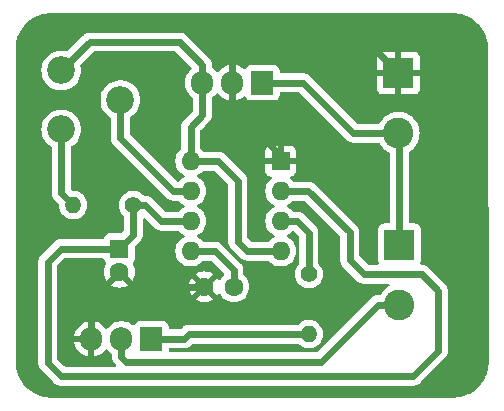
<source format=gbr>
%TF.GenerationSoftware,KiCad,Pcbnew,7.0.2*%
%TF.CreationDate,2023-05-06T18:38:29+05:30*%
%TF.ProjectId,Mod-Ckt-Pulser,4d6f642d-436b-4742-9d50-756c7365722e,rev?*%
%TF.SameCoordinates,Original*%
%TF.FileFunction,Copper,L2,Bot*%
%TF.FilePolarity,Positive*%
%FSLAX46Y46*%
G04 Gerber Fmt 4.6, Leading zero omitted, Abs format (unit mm)*
G04 Created by KiCad (PCBNEW 7.0.2) date 2023-05-06 18:38:29*
%MOMM*%
%LPD*%
G01*
G04 APERTURE LIST*
%TA.AperFunction,ComponentPad*%
%ADD10C,1.400000*%
%TD*%
%TA.AperFunction,ComponentPad*%
%ADD11O,1.400000X1.400000*%
%TD*%
%TA.AperFunction,ComponentPad*%
%ADD12C,2.340000*%
%TD*%
%TA.AperFunction,ComponentPad*%
%ADD13R,1.905000X2.000000*%
%TD*%
%TA.AperFunction,ComponentPad*%
%ADD14O,1.905000X2.000000*%
%TD*%
%TA.AperFunction,ComponentPad*%
%ADD15C,1.600000*%
%TD*%
%TA.AperFunction,ComponentPad*%
%ADD16R,1.600000X1.600000*%
%TD*%
%TA.AperFunction,ComponentPad*%
%ADD17O,1.600000X1.600000*%
%TD*%
%TA.AperFunction,ComponentPad*%
%ADD18R,2.600000X2.600000*%
%TD*%
%TA.AperFunction,ComponentPad*%
%ADD19C,2.600000*%
%TD*%
%TA.AperFunction,Conductor*%
%ADD20C,0.600000*%
%TD*%
G04 APERTURE END LIST*
D10*
%TO.P,R2,1*%
%TO.N,Net-(U1-Q)*%
X87940000Y-75560000D03*
D11*
%TO.P,R2,2*%
%TO.N,Net-(Q1-G)*%
X87940000Y-80640000D03*
%TD*%
D12*
%TO.P,RV1,1,1*%
%TO.N,Net-(R1-Pad2)*%
X66970000Y-63315000D03*
%TO.P,RV1,2,2*%
%TO.N,Net-(U1-DIS)*%
X71970000Y-60815000D03*
%TO.P,RV1,3,3*%
%TO.N,Net-(U1-R)*%
X66970000Y-58315000D03*
%TD*%
D13*
%TO.P,Q1,1,G*%
%TO.N,Net-(Q1-G)*%
X74600000Y-81035000D03*
D14*
%TO.P,Q1,2,D*%
%TO.N,Net-(J2-Pin_2)*%
X72060000Y-81035000D03*
%TO.P,Q1,3,S*%
%TO.N,GND*%
X69520000Y-81035000D03*
%TD*%
D15*
%TO.P,C2,2*%
%TO.N,GND*%
X79090000Y-76630000D03*
%TO.P,C2,1*%
%TO.N,Net-(U1-CV)*%
X81590000Y-76630000D03*
%TD*%
D16*
%TO.P,U1,1,GND*%
%TO.N,GND*%
X85550000Y-65990000D03*
D17*
%TO.P,U1,2,TR*%
%TO.N,Net-(U1-THR)*%
X85550000Y-68530000D03*
%TO.P,U1,3,Q*%
%TO.N,Net-(U1-Q)*%
X85550000Y-71070000D03*
%TO.P,U1,4,R*%
%TO.N,Net-(U1-R)*%
X85550000Y-73610000D03*
%TO.P,U1,5,CV*%
%TO.N,Net-(U1-CV)*%
X77930000Y-73610000D03*
%TO.P,U1,6,THR*%
%TO.N,Net-(U1-THR)*%
X77930000Y-71070000D03*
%TO.P,U1,7,DIS*%
%TO.N,Net-(U1-DIS)*%
X77930000Y-68530000D03*
%TO.P,U1,8,VCC*%
%TO.N,Net-(U1-R)*%
X77930000Y-65990000D03*
%TD*%
D16*
%TO.P,C1,1*%
%TO.N,Net-(U1-THR)*%
X71890000Y-73394888D03*
D15*
%TO.P,C1,2*%
%TO.N,GND*%
X71890000Y-75394888D03*
%TD*%
D10*
%TO.P,R1,1*%
%TO.N,Net-(U1-THR)*%
X73060000Y-69710001D03*
D11*
%TO.P,R1,2*%
%TO.N,Net-(R1-Pad2)*%
X67980000Y-69710001D03*
%TD*%
D14*
%TO.P,U2,3,VO*%
%TO.N,Net-(U1-R)*%
X78920000Y-59350000D03*
%TO.P,U2,2,GND*%
%TO.N,GND*%
X81460000Y-59350000D03*
D13*
%TO.P,U2,1,VI*%
%TO.N,Net-(J1-Pin_2)*%
X84000000Y-59350000D03*
%TD*%
D18*
%TO.P,J1,1,Pin_1*%
%TO.N,GND*%
X95510000Y-58540000D03*
D19*
%TO.P,J1,2,Pin_2*%
%TO.N,Net-(J1-Pin_2)*%
X95510000Y-63620000D03*
%TD*%
D18*
%TO.P,J2,1,Pin_1*%
%TO.N,Net-(J1-Pin_2)*%
X95605000Y-73075000D03*
D19*
%TO.P,J2,2,Pin_2*%
%TO.N,Net-(J2-Pin_2)*%
X95605000Y-78155000D03*
%TD*%
D20*
%TO.N,GND*%
X69520000Y-81035000D02*
X69520000Y-77764888D01*
X69520000Y-77764888D02*
X71890000Y-75394888D01*
X79090000Y-76630000D02*
X73125112Y-76630000D01*
X73125112Y-76630000D02*
X71890000Y-75394888D01*
X81460000Y-59350000D02*
X81460000Y-57300000D01*
X82050000Y-56710000D02*
X93680000Y-56710000D01*
X81460000Y-57300000D02*
X82050000Y-56710000D01*
X93680000Y-56710000D02*
X95510000Y-58540000D01*
X81460000Y-59350000D02*
X81460000Y-61440000D01*
X81460000Y-61440000D02*
X85550000Y-65530000D01*
X85550000Y-65530000D02*
X85550000Y-65990000D01*
%TO.N,Net-(U1-THR)*%
X73060000Y-69710001D02*
X74080001Y-69710001D01*
X74080001Y-69710001D02*
X75440000Y-71070000D01*
X75440000Y-71070000D02*
X77930000Y-71070000D01*
%TO.N,Net-(Q1-G)*%
X77375000Y-81035000D02*
X77705000Y-80705000D01*
X87940000Y-80640000D02*
X77770000Y-80640000D01*
X77770000Y-80640000D02*
X77705000Y-80705000D01*
X74600000Y-81035000D02*
X77375000Y-81035000D01*
%TO.N,Net-(U1-THR)*%
X85550000Y-68530000D02*
X87900000Y-68530000D01*
X98890000Y-82080000D02*
X96770000Y-84200000D01*
X87900000Y-68530000D02*
X91390000Y-72020000D01*
X91390000Y-72020000D02*
X91390000Y-74360000D01*
X66945112Y-73394888D02*
X71890000Y-73394888D01*
X91390000Y-74360000D02*
X92590000Y-75560000D01*
X92590000Y-75560000D02*
X97480000Y-75560000D01*
X97480000Y-75560000D02*
X98890000Y-76970000D01*
X98890000Y-76970000D02*
X98890000Y-82080000D01*
X96770000Y-84200000D02*
X66930000Y-84200000D01*
X66930000Y-84200000D02*
X65830000Y-83100000D01*
X65830000Y-83100000D02*
X65830000Y-74510000D01*
X65830000Y-74510000D02*
X66945112Y-73394888D01*
%TO.N,Net-(J2-Pin_2)*%
X72060000Y-81035000D02*
X72060000Y-82540000D01*
X72060000Y-82540000D02*
X72480000Y-82960000D01*
X72480000Y-82960000D02*
X88940000Y-82960000D01*
X88940000Y-82960000D02*
X93745000Y-78155000D01*
X93745000Y-78155000D02*
X95605000Y-78155000D01*
%TO.N,Net-(U1-CV)*%
X77930000Y-73610000D02*
X79980000Y-73610000D01*
X79980000Y-73610000D02*
X81590000Y-75220000D01*
X81590000Y-75220000D02*
X81590000Y-76630000D01*
%TO.N,Net-(U1-Q)*%
X87940000Y-75560000D02*
X87940000Y-72070000D01*
X87940000Y-72070000D02*
X86940000Y-71070000D01*
X85550000Y-71070000D02*
X86940000Y-71070000D01*
%TO.N,Net-(U1-R)*%
X77930000Y-65990000D02*
X80270000Y-65990000D01*
X80270000Y-65990000D02*
X81920000Y-67640000D01*
X81920000Y-67640000D02*
X81920000Y-72830000D01*
X81920000Y-72830000D02*
X82700000Y-73610000D01*
X82700000Y-73610000D02*
X85550000Y-73610000D01*
%TO.N,Net-(J1-Pin_2)*%
X95605000Y-73075000D02*
X95605000Y-63715000D01*
X95605000Y-63715000D02*
X95510000Y-63620000D01*
X84000000Y-59350000D02*
X87440000Y-59350000D01*
X87440000Y-59350000D02*
X91710000Y-63620000D01*
X91710000Y-63620000D02*
X95510000Y-63620000D01*
%TO.N,Net-(U1-R)*%
X78920000Y-59350000D02*
X78920000Y-62080000D01*
X78920000Y-62080000D02*
X77930000Y-63070000D01*
X77930000Y-63070000D02*
X77930000Y-65990000D01*
%TO.N,Net-(U1-DIS)*%
X71970000Y-60815000D02*
X71970000Y-64060000D01*
X71970000Y-64060000D02*
X76440000Y-68530000D01*
X76440000Y-68530000D02*
X77930000Y-68530000D01*
%TO.N,Net-(U1-THR)*%
X73060000Y-69710001D02*
X73060000Y-72224888D01*
X73060000Y-72224888D02*
X71890000Y-73394888D01*
%TO.N,Net-(R1-Pad2)*%
X66970000Y-63315000D02*
X66970000Y-68700001D01*
X66970000Y-68700001D02*
X67980000Y-69710001D01*
%TO.N,Net-(U1-R)*%
X66970000Y-58315000D02*
X69375000Y-55910000D01*
X69375000Y-55910000D02*
X77010000Y-55910000D01*
X77010000Y-55910000D02*
X78920000Y-57820000D01*
X78920000Y-57820000D02*
X78920000Y-59350000D01*
%TD*%
%TA.AperFunction,Conductor*%
%TO.N,GND*%
G36*
X79954099Y-66810185D02*
G01*
X79974741Y-66826819D01*
X81083181Y-67935259D01*
X81116666Y-67996582D01*
X81119500Y-68022940D01*
X81119500Y-72920195D01*
X81128017Y-72957518D01*
X81130345Y-72971219D01*
X81134631Y-73009252D01*
X81147272Y-73045380D01*
X81151119Y-73058736D01*
X81159638Y-73096058D01*
X81176250Y-73130553D01*
X81181570Y-73143398D01*
X81194209Y-73179520D01*
X81200887Y-73190147D01*
X81214576Y-73211933D01*
X81221298Y-73224095D01*
X81237908Y-73258586D01*
X81261772Y-73288510D01*
X81269818Y-73299850D01*
X81290184Y-73332262D01*
X81322174Y-73364252D01*
X82070184Y-74112262D01*
X82197738Y-74239816D01*
X82204300Y-74243939D01*
X82230149Y-74260181D01*
X82241491Y-74268229D01*
X82271414Y-74292092D01*
X82305898Y-74308699D01*
X82318068Y-74315424D01*
X82342447Y-74330743D01*
X82350480Y-74335790D01*
X82386597Y-74348428D01*
X82399441Y-74353748D01*
X82430499Y-74368703D01*
X82433939Y-74370360D01*
X82471276Y-74378881D01*
X82484613Y-74382725D01*
X82520745Y-74395368D01*
X82558776Y-74399653D01*
X82572481Y-74401981D01*
X82609806Y-74410500D01*
X82655046Y-74410500D01*
X84459951Y-74410500D01*
X84526990Y-74430185D01*
X84547632Y-74446819D01*
X84710859Y-74610046D01*
X84897264Y-74740567D01*
X84897265Y-74740567D01*
X84897266Y-74740568D01*
X85103504Y-74836739D01*
X85323308Y-74895635D01*
X85550000Y-74915468D01*
X85776692Y-74895635D01*
X85996496Y-74836739D01*
X86202734Y-74740568D01*
X86389139Y-74610047D01*
X86550047Y-74449139D01*
X86680568Y-74262734D01*
X86776739Y-74056496D01*
X86835635Y-73836692D01*
X86855468Y-73610000D01*
X86835635Y-73383308D01*
X86776739Y-73163504D01*
X86680568Y-72957266D01*
X86679762Y-72956114D01*
X86550046Y-72770859D01*
X86389140Y-72609953D01*
X86202733Y-72479431D01*
X86144725Y-72452382D01*
X86092285Y-72406210D01*
X86073133Y-72339017D01*
X86093348Y-72272135D01*
X86144725Y-72227618D01*
X86202734Y-72200568D01*
X86389139Y-72070047D01*
X86510874Y-71948311D01*
X86572195Y-71914828D01*
X86641887Y-71919812D01*
X86686235Y-71948313D01*
X87103181Y-72365259D01*
X87136666Y-72426582D01*
X87139500Y-72452940D01*
X87139500Y-74610527D01*
X87119815Y-74677566D01*
X87099039Y-74702163D01*
X87049020Y-74747761D01*
X86914941Y-74925311D01*
X86815769Y-75124473D01*
X86754885Y-75338462D01*
X86734357Y-75560000D01*
X86754885Y-75781537D01*
X86815769Y-75995526D01*
X86914941Y-76194688D01*
X87049019Y-76372237D01*
X87213437Y-76522124D01*
X87402595Y-76639245D01*
X87402597Y-76639245D01*
X87402599Y-76639247D01*
X87610060Y-76719618D01*
X87828757Y-76760500D01*
X87828759Y-76760500D01*
X88051241Y-76760500D01*
X88051243Y-76760500D01*
X88269940Y-76719618D01*
X88477401Y-76639247D01*
X88666562Y-76522124D01*
X88719447Y-76473913D01*
X88830980Y-76372237D01*
X88830981Y-76372236D01*
X88965058Y-76194689D01*
X89064229Y-75995528D01*
X89064956Y-75992975D01*
X89108135Y-75841214D01*
X89125115Y-75781536D01*
X89145643Y-75560000D01*
X89125115Y-75338464D01*
X89076695Y-75168285D01*
X89064230Y-75124473D01*
X88965058Y-74925311D01*
X88830979Y-74747761D01*
X88780961Y-74702163D01*
X88744680Y-74642452D01*
X88740500Y-74610527D01*
X88740500Y-71979806D01*
X88731982Y-71942487D01*
X88729653Y-71928776D01*
X88725368Y-71890745D01*
X88712725Y-71854613D01*
X88708881Y-71841276D01*
X88700360Y-71803939D01*
X88694249Y-71791249D01*
X88683748Y-71769441D01*
X88678428Y-71756597D01*
X88665790Y-71720480D01*
X88657077Y-71706614D01*
X88645424Y-71688068D01*
X88638699Y-71675898D01*
X88622092Y-71641414D01*
X88598229Y-71611491D01*
X88590181Y-71600149D01*
X88580315Y-71584447D01*
X88569816Y-71567738D01*
X88442262Y-71440184D01*
X87474252Y-70472174D01*
X87442262Y-70440184D01*
X87409851Y-70419818D01*
X87398510Y-70411772D01*
X87368586Y-70387908D01*
X87334095Y-70371298D01*
X87321933Y-70364576D01*
X87306327Y-70354770D01*
X87289520Y-70344209D01*
X87253398Y-70331570D01*
X87240553Y-70326250D01*
X87206058Y-70309638D01*
X87168736Y-70301119D01*
X87155380Y-70297272D01*
X87119252Y-70284631D01*
X87081219Y-70280345D01*
X87067518Y-70278017D01*
X87030196Y-70269500D01*
X87030194Y-70269500D01*
X86984954Y-70269500D01*
X86640049Y-70269500D01*
X86573010Y-70249815D01*
X86552368Y-70233181D01*
X86389140Y-70069953D01*
X86202733Y-69939431D01*
X86144725Y-69912382D01*
X86092285Y-69866210D01*
X86073133Y-69799017D01*
X86093348Y-69732135D01*
X86144725Y-69687618D01*
X86202734Y-69660568D01*
X86389139Y-69530047D01*
X86430723Y-69488463D01*
X86552368Y-69366819D01*
X86613691Y-69333334D01*
X86640049Y-69330500D01*
X87517060Y-69330500D01*
X87584099Y-69350185D01*
X87604741Y-69366819D01*
X90553181Y-72315259D01*
X90586666Y-72376582D01*
X90589500Y-72402940D01*
X90589500Y-74450195D01*
X90598017Y-74487518D01*
X90600345Y-74501219D01*
X90604631Y-74539252D01*
X90617272Y-74575380D01*
X90621119Y-74588736D01*
X90629638Y-74626058D01*
X90646250Y-74660553D01*
X90651570Y-74673398D01*
X90664209Y-74709520D01*
X90669373Y-74717738D01*
X90684576Y-74741933D01*
X90691298Y-74754095D01*
X90707908Y-74788586D01*
X90709928Y-74791119D01*
X90729969Y-74816250D01*
X90731772Y-74818510D01*
X90739818Y-74829850D01*
X90760184Y-74862262D01*
X92087738Y-76189816D01*
X92120143Y-76210177D01*
X92131486Y-76218225D01*
X92161414Y-76242092D01*
X92195895Y-76258697D01*
X92208066Y-76265423D01*
X92240480Y-76285790D01*
X92276608Y-76298432D01*
X92289450Y-76303750D01*
X92323938Y-76320360D01*
X92323939Y-76320360D01*
X92361250Y-76328876D01*
X92374611Y-76332725D01*
X92410745Y-76345368D01*
X92448776Y-76349653D01*
X92462481Y-76351981D01*
X92499806Y-76360500D01*
X92545046Y-76360500D01*
X94638821Y-76360500D01*
X94705860Y-76380185D01*
X94751615Y-76432989D01*
X94761559Y-76502147D01*
X94732534Y-76565703D01*
X94708673Y-76586954D01*
X94702228Y-76591347D01*
X94702226Y-76591349D01*
X94587665Y-76669455D01*
X94479257Y-76743366D01*
X94281439Y-76926915D01*
X94113184Y-77137899D01*
X94023926Y-77292500D01*
X93973359Y-77340715D01*
X93916539Y-77354500D01*
X93654803Y-77354500D01*
X93617480Y-77363017D01*
X93603780Y-77365345D01*
X93565743Y-77369631D01*
X93529623Y-77382270D01*
X93516268Y-77386118D01*
X93478938Y-77394639D01*
X93444453Y-77411246D01*
X93431613Y-77416565D01*
X93395475Y-77429211D01*
X93363064Y-77449576D01*
X93350899Y-77456300D01*
X93316413Y-77472908D01*
X93286489Y-77496772D01*
X93275151Y-77504817D01*
X93242735Y-77525185D01*
X93174670Y-77593246D01*
X93174428Y-77593493D01*
X88644741Y-82123181D01*
X88583418Y-82156666D01*
X88557060Y-82159500D01*
X76177000Y-82159500D01*
X76109961Y-82139815D01*
X76064206Y-82087011D01*
X76053000Y-82035500D01*
X76053000Y-81959500D01*
X76072685Y-81892461D01*
X76125489Y-81846706D01*
X76177000Y-81835500D01*
X77465195Y-81835500D01*
X77476009Y-81833031D01*
X77502520Y-81826980D01*
X77516197Y-81824655D01*
X77554255Y-81820368D01*
X77590399Y-81807720D01*
X77603721Y-81803882D01*
X77641061Y-81795360D01*
X77675549Y-81778750D01*
X77688391Y-81773431D01*
X77724522Y-81760789D01*
X77756932Y-81740423D01*
X77769103Y-81733697D01*
X77803587Y-81717091D01*
X77833515Y-81693222D01*
X77844834Y-81685190D01*
X77877262Y-81664816D01*
X78004816Y-81537262D01*
X78065260Y-81476818D01*
X78126584Y-81443334D01*
X78152941Y-81440500D01*
X86988107Y-81440500D01*
X87055146Y-81460185D01*
X87071645Y-81472863D01*
X87213437Y-81602124D01*
X87402595Y-81719245D01*
X87402597Y-81719245D01*
X87402599Y-81719247D01*
X87610060Y-81799618D01*
X87828757Y-81840500D01*
X87828759Y-81840500D01*
X88051241Y-81840500D01*
X88051243Y-81840500D01*
X88269940Y-81799618D01*
X88477401Y-81719247D01*
X88666562Y-81602124D01*
X88830981Y-81452236D01*
X88965058Y-81274689D01*
X89064229Y-81075528D01*
X89125115Y-80861536D01*
X89145643Y-80640000D01*
X89125115Y-80418464D01*
X89102227Y-80338021D01*
X89064230Y-80204473D01*
X88965058Y-80005311D01*
X88830980Y-79827762D01*
X88666562Y-79677875D01*
X88477404Y-79560754D01*
X88409634Y-79534500D01*
X88269940Y-79480382D01*
X88051243Y-79439500D01*
X87828757Y-79439500D01*
X87610060Y-79480382D01*
X87402595Y-79560754D01*
X87213437Y-79677875D01*
X87071645Y-79807137D01*
X87008841Y-79837754D01*
X86988107Y-79839500D01*
X77679803Y-79839500D01*
X77642480Y-79848017D01*
X77628780Y-79850345D01*
X77590743Y-79854631D01*
X77554623Y-79867270D01*
X77541268Y-79871118D01*
X77503937Y-79879639D01*
X77469440Y-79896252D01*
X77456597Y-79901572D01*
X77420477Y-79914210D01*
X77388068Y-79934574D01*
X77375904Y-79941296D01*
X77341414Y-79957906D01*
X77311482Y-79981776D01*
X77300145Y-79989820D01*
X77267740Y-80010181D01*
X77177171Y-80100748D01*
X77177167Y-80100754D01*
X77170755Y-80107167D01*
X77079741Y-80198181D01*
X77018418Y-80231666D01*
X76992060Y-80234500D01*
X76176999Y-80234500D01*
X76109960Y-80214815D01*
X76064205Y-80162011D01*
X76052999Y-80110500D01*
X76052999Y-79990439D01*
X76052999Y-79987128D01*
X76046591Y-79927517D01*
X75996296Y-79792669D01*
X75910046Y-79677454D01*
X75794831Y-79591204D01*
X75659983Y-79540909D01*
X75600373Y-79534500D01*
X75597050Y-79534500D01*
X73602939Y-79534500D01*
X73602920Y-79534500D01*
X73599628Y-79534501D01*
X73596348Y-79534853D01*
X73596340Y-79534854D01*
X73540015Y-79540909D01*
X73405169Y-79591204D01*
X73289954Y-79677454D01*
X73203703Y-79792670D01*
X73192273Y-79823315D01*
X73150400Y-79879248D01*
X73084936Y-79903663D01*
X73016663Y-79888810D01*
X72999930Y-79877833D01*
X72989316Y-79869572D01*
X72857439Y-79766928D01*
X72645664Y-79652321D01*
X72645660Y-79652319D01*
X72645659Y-79652319D01*
X72417915Y-79574134D01*
X72180399Y-79534500D01*
X71939601Y-79534500D01*
X71702084Y-79574134D01*
X71474340Y-79652319D01*
X71474336Y-79652320D01*
X71474336Y-79652321D01*
X71427115Y-79677876D01*
X71262559Y-79766929D01*
X71072536Y-79914829D01*
X70909446Y-80091992D01*
X70893508Y-80116388D01*
X70840361Y-80161743D01*
X70771129Y-80171165D01*
X70707794Y-80141662D01*
X70685892Y-80116385D01*
X70670153Y-80092294D01*
X70507126Y-79915201D01*
X70317164Y-79767348D01*
X70105460Y-79652780D01*
X69877792Y-79574619D01*
X69770000Y-79556633D01*
X69770000Y-80543316D01*
X69741181Y-80525791D01*
X69595596Y-80485000D01*
X69482378Y-80485000D01*
X69370217Y-80500416D01*
X69270000Y-80543946D01*
X69270000Y-79556633D01*
X69269999Y-79556633D01*
X69162207Y-79574619D01*
X68934539Y-79652780D01*
X68722835Y-79767348D01*
X68532873Y-79915201D01*
X68369848Y-80092292D01*
X68238184Y-80293819D01*
X68141493Y-80514255D01*
X68082400Y-80747606D01*
X68079302Y-80785000D01*
X69025148Y-80785000D01*
X68976441Y-80922047D01*
X68966123Y-81072886D01*
X68996884Y-81220915D01*
X69030090Y-81285000D01*
X68079303Y-81285000D01*
X68082400Y-81322393D01*
X68141493Y-81555744D01*
X68238184Y-81776180D01*
X68369848Y-81977707D01*
X68532873Y-82154798D01*
X68722835Y-82302651D01*
X68934539Y-82417219D01*
X69162208Y-82495379D01*
X69270000Y-82513366D01*
X69270000Y-81526683D01*
X69298819Y-81544209D01*
X69444404Y-81585000D01*
X69557622Y-81585000D01*
X69669783Y-81569584D01*
X69770000Y-81526053D01*
X69770000Y-82513365D01*
X69877791Y-82495379D01*
X70105460Y-82417219D01*
X70317164Y-82302651D01*
X70507122Y-82154801D01*
X70670155Y-81977700D01*
X70685892Y-81953614D01*
X70739038Y-81908257D01*
X70808269Y-81898833D01*
X70871605Y-81928334D01*
X70893509Y-81953613D01*
X70909246Y-81977700D01*
X70909449Y-81978010D01*
X70962372Y-82035500D01*
X71072536Y-82155171D01*
X71157405Y-82221226D01*
X71211662Y-82263456D01*
X71252475Y-82320165D01*
X71259500Y-82361309D01*
X71259500Y-82630195D01*
X71268017Y-82667518D01*
X71270345Y-82681219D01*
X71274631Y-82719252D01*
X71287272Y-82755380D01*
X71291119Y-82768736D01*
X71299638Y-82806058D01*
X71316250Y-82840553D01*
X71321570Y-82853398D01*
X71334209Y-82889520D01*
X71344770Y-82906327D01*
X71354576Y-82921933D01*
X71361298Y-82934095D01*
X71377908Y-82968586D01*
X71401772Y-82998510D01*
X71409818Y-83009850D01*
X71430184Y-83042262D01*
X71575741Y-83187819D01*
X71609226Y-83249142D01*
X71604242Y-83318834D01*
X71562370Y-83374767D01*
X71496906Y-83399184D01*
X71488060Y-83399500D01*
X67312940Y-83399500D01*
X67245901Y-83379815D01*
X67225259Y-83363181D01*
X66666819Y-82804740D01*
X66633334Y-82743417D01*
X66630500Y-82717059D01*
X66630500Y-74892940D01*
X66650185Y-74825901D01*
X66666819Y-74805259D01*
X67240371Y-74231707D01*
X67301694Y-74198222D01*
X67328052Y-74195388D01*
X70473024Y-74195388D01*
X70540063Y-74215073D01*
X70585818Y-74267877D01*
X70593534Y-74296004D01*
X70595909Y-74302371D01*
X70646204Y-74437219D01*
X70732454Y-74552434D01*
X70732455Y-74552435D01*
X70741545Y-74559240D01*
X70783417Y-74615173D01*
X70788401Y-74684865D01*
X70768812Y-74729628D01*
X70759865Y-74742406D01*
X70663733Y-74948560D01*
X70604858Y-75168285D01*
X70585033Y-75394887D01*
X70604858Y-75621490D01*
X70663733Y-75841214D01*
X70759866Y-76047372D01*
X70810972Y-76120359D01*
X70810973Y-76120360D01*
X71492045Y-75439287D01*
X71504835Y-75520036D01*
X71562359Y-75632933D01*
X71651955Y-75722529D01*
X71764852Y-75780053D01*
X71845599Y-75792841D01*
X71164526Y-76473913D01*
X71164526Y-76473914D01*
X71237515Y-76525021D01*
X71443673Y-76621154D01*
X71663397Y-76680029D01*
X71889999Y-76699854D01*
X72116602Y-76680029D01*
X72336326Y-76621154D01*
X72542480Y-76525022D01*
X72615472Y-76473913D01*
X71934401Y-75792841D01*
X72015148Y-75780053D01*
X72128045Y-75722529D01*
X72217641Y-75632933D01*
X72275165Y-75520036D01*
X72287953Y-75439288D01*
X72969025Y-76120360D01*
X73020134Y-76047368D01*
X73116266Y-75841214D01*
X73175141Y-75621490D01*
X73194966Y-75394887D01*
X73175141Y-75168285D01*
X73116266Y-74948561D01*
X73020133Y-74742403D01*
X73011189Y-74729630D01*
X72988862Y-74663424D01*
X73005872Y-74595656D01*
X73038453Y-74559240D01*
X73047546Y-74552434D01*
X73133796Y-74437219D01*
X73184091Y-74302371D01*
X73190500Y-74242761D01*
X73190499Y-73277827D01*
X73210183Y-73210789D01*
X73226818Y-73190147D01*
X73436782Y-72980184D01*
X73657826Y-72759140D01*
X73694077Y-72722889D01*
X73696627Y-72716308D01*
X73710186Y-72694729D01*
X73718209Y-72683422D01*
X73742092Y-72653475D01*
X73758700Y-72618985D01*
X73765427Y-72606815D01*
X73767998Y-72602722D01*
X73785789Y-72574410D01*
X73798432Y-72538273D01*
X73803750Y-72525438D01*
X73820360Y-72490949D01*
X73828882Y-72453609D01*
X73832722Y-72440280D01*
X73845368Y-72404143D01*
X73849655Y-72366085D01*
X73851980Y-72352408D01*
X73860500Y-72315082D01*
X73860500Y-72134694D01*
X73860500Y-72134693D01*
X73860500Y-70921940D01*
X73880185Y-70854901D01*
X73932989Y-70809146D01*
X74002147Y-70799202D01*
X74065703Y-70828227D01*
X74072177Y-70834255D01*
X74455460Y-71217539D01*
X74827615Y-71589694D01*
X74827620Y-71589698D01*
X74937738Y-71699816D01*
X74969006Y-71719463D01*
X74970143Y-71720177D01*
X74981486Y-71728225D01*
X75011414Y-71752092D01*
X75045895Y-71768697D01*
X75058066Y-71775423D01*
X75090480Y-71795790D01*
X75126608Y-71808432D01*
X75139450Y-71813750D01*
X75173938Y-71830360D01*
X75173939Y-71830360D01*
X75211250Y-71838876D01*
X75224611Y-71842725D01*
X75260745Y-71855368D01*
X75298776Y-71859653D01*
X75312481Y-71861981D01*
X75349806Y-71870500D01*
X75395046Y-71870500D01*
X76839951Y-71870500D01*
X76906990Y-71890185D01*
X76927632Y-71906819D01*
X77090859Y-72070046D01*
X77183186Y-72134693D01*
X77277266Y-72200568D01*
X77335275Y-72227618D01*
X77387714Y-72273791D01*
X77406865Y-72340985D01*
X77386649Y-72407866D01*
X77335275Y-72452382D01*
X77277263Y-72479433D01*
X77090859Y-72609953D01*
X76929953Y-72770859D01*
X76799432Y-72957264D01*
X76703261Y-73163502D01*
X76644364Y-73383310D01*
X76624531Y-73609999D01*
X76644364Y-73836689D01*
X76703261Y-74056497D01*
X76799432Y-74262735D01*
X76929953Y-74449140D01*
X77090859Y-74610046D01*
X77277264Y-74740567D01*
X77277265Y-74740567D01*
X77277266Y-74740568D01*
X77483504Y-74836739D01*
X77703308Y-74895635D01*
X77930000Y-74915468D01*
X78156692Y-74895635D01*
X78376496Y-74836739D01*
X78582734Y-74740568D01*
X78769139Y-74610047D01*
X78839934Y-74539252D01*
X78932368Y-74446819D01*
X78993691Y-74413334D01*
X79020049Y-74410500D01*
X79597060Y-74410500D01*
X79664099Y-74430185D01*
X79684741Y-74446819D01*
X80721686Y-75483764D01*
X80755171Y-75545087D01*
X80750187Y-75614779D01*
X80721687Y-75659126D01*
X80589950Y-75790863D01*
X80459429Y-75977268D01*
X80452104Y-75992978D01*
X80405930Y-76045416D01*
X80338736Y-76064566D01*
X80271856Y-76044348D01*
X80227342Y-75992975D01*
X80220133Y-75977515D01*
X80169025Y-75904526D01*
X79487953Y-76585598D01*
X79475165Y-76504852D01*
X79417641Y-76391955D01*
X79328045Y-76302359D01*
X79215148Y-76244835D01*
X79134400Y-76232046D01*
X79815472Y-75550974D01*
X79815471Y-75550972D01*
X79742484Y-75499866D01*
X79536326Y-75403733D01*
X79316602Y-75344858D01*
X79090000Y-75325033D01*
X78863397Y-75344858D01*
X78643672Y-75403733D01*
X78437516Y-75499865D01*
X78364527Y-75550973D01*
X78364526Y-75550973D01*
X79045600Y-76232046D01*
X78964852Y-76244835D01*
X78851955Y-76302359D01*
X78762359Y-76391955D01*
X78704835Y-76504852D01*
X78692046Y-76585599D01*
X78010973Y-75904526D01*
X78010973Y-75904527D01*
X77959865Y-75977516D01*
X77863733Y-76183672D01*
X77804858Y-76403397D01*
X77785033Y-76630000D01*
X77804858Y-76856602D01*
X77863733Y-77076326D01*
X77959866Y-77282484D01*
X78010972Y-77355471D01*
X78010974Y-77355472D01*
X78692046Y-76674399D01*
X78704835Y-76755148D01*
X78762359Y-76868045D01*
X78851955Y-76957641D01*
X78964852Y-77015165D01*
X79045599Y-77027953D01*
X78364526Y-77709025D01*
X78364526Y-77709026D01*
X78437515Y-77760133D01*
X78643673Y-77856266D01*
X78863397Y-77915141D01*
X79090000Y-77934966D01*
X79316602Y-77915141D01*
X79536326Y-77856266D01*
X79742480Y-77760134D01*
X79815472Y-77709025D01*
X79134401Y-77027953D01*
X79215148Y-77015165D01*
X79328045Y-76957641D01*
X79417641Y-76868045D01*
X79475165Y-76755148D01*
X79487953Y-76674400D01*
X80169025Y-77355472D01*
X80220131Y-77282484D01*
X80227340Y-77267026D01*
X80273511Y-77214586D01*
X80340704Y-77195432D01*
X80407586Y-77215646D01*
X80452106Y-77267023D01*
X80459432Y-77282735D01*
X80589953Y-77469140D01*
X80750859Y-77630046D01*
X80937264Y-77760567D01*
X80937265Y-77760567D01*
X80937266Y-77760568D01*
X81143504Y-77856739D01*
X81363308Y-77915635D01*
X81590000Y-77935468D01*
X81816692Y-77915635D01*
X82036496Y-77856739D01*
X82242734Y-77760568D01*
X82429139Y-77630047D01*
X82590047Y-77469139D01*
X82720568Y-77282734D01*
X82816739Y-77076496D01*
X82875635Y-76856692D01*
X82895468Y-76630000D01*
X82875635Y-76403308D01*
X82816739Y-76183504D01*
X82720568Y-75977266D01*
X82669636Y-75904526D01*
X82590046Y-75790859D01*
X82426819Y-75627632D01*
X82393334Y-75566309D01*
X82390500Y-75539951D01*
X82390500Y-75129806D01*
X82381982Y-75092487D01*
X82379653Y-75078776D01*
X82375368Y-75040745D01*
X82362725Y-75004613D01*
X82358881Y-74991276D01*
X82350360Y-74953939D01*
X82345927Y-74944733D01*
X82333748Y-74919441D01*
X82328428Y-74906597D01*
X82315790Y-74870480D01*
X82310626Y-74862262D01*
X82295424Y-74838068D01*
X82288699Y-74825899D01*
X82276052Y-74799638D01*
X82272092Y-74791414D01*
X82268789Y-74787272D01*
X82248224Y-74761483D01*
X82240179Y-74750145D01*
X82233688Y-74739815D01*
X82219816Y-74717738D01*
X82092262Y-74590184D01*
X80514252Y-73012174D01*
X80482262Y-72980184D01*
X80449851Y-72959818D01*
X80438510Y-72951772D01*
X80408586Y-72927908D01*
X80374095Y-72911298D01*
X80361933Y-72904576D01*
X80346327Y-72894770D01*
X80329520Y-72884209D01*
X80293398Y-72871570D01*
X80280553Y-72866250D01*
X80246058Y-72849638D01*
X80208736Y-72841119D01*
X80195380Y-72837272D01*
X80159252Y-72824631D01*
X80121219Y-72820345D01*
X80107518Y-72818017D01*
X80070196Y-72809500D01*
X80070194Y-72809500D01*
X80024954Y-72809500D01*
X79020049Y-72809500D01*
X78953010Y-72789815D01*
X78932368Y-72773181D01*
X78769140Y-72609953D01*
X78582733Y-72479431D01*
X78524725Y-72452382D01*
X78472285Y-72406210D01*
X78453133Y-72339017D01*
X78473348Y-72272135D01*
X78524725Y-72227618D01*
X78582734Y-72200568D01*
X78769139Y-72070047D01*
X78930047Y-71909139D01*
X79060568Y-71722734D01*
X79156739Y-71516496D01*
X79215635Y-71296692D01*
X79235468Y-71070000D01*
X79215635Y-70843308D01*
X79156739Y-70623504D01*
X79060568Y-70417266D01*
X79059762Y-70416114D01*
X78930046Y-70230859D01*
X78769140Y-70069953D01*
X78582736Y-69939433D01*
X78524723Y-69912381D01*
X78472284Y-69866208D01*
X78453133Y-69799014D01*
X78473349Y-69732133D01*
X78524721Y-69687619D01*
X78582734Y-69660568D01*
X78769139Y-69530047D01*
X78930047Y-69369139D01*
X79060568Y-69182734D01*
X79156739Y-68976496D01*
X79215635Y-68756692D01*
X79235468Y-68530000D01*
X79215635Y-68303308D01*
X79156739Y-68083504D01*
X79060568Y-67877266D01*
X79059762Y-67876114D01*
X78930046Y-67690859D01*
X78769140Y-67529953D01*
X78582733Y-67399431D01*
X78524725Y-67372382D01*
X78472285Y-67326210D01*
X78453133Y-67259017D01*
X78473348Y-67192135D01*
X78524725Y-67147618D01*
X78582734Y-67120568D01*
X78769139Y-66990047D01*
X78769140Y-66990046D01*
X78932368Y-66826819D01*
X78993691Y-66793334D01*
X79020049Y-66790500D01*
X79887060Y-66790500D01*
X79954099Y-66810185D01*
G37*
%TD.AperFunction*%
%TA.AperFunction,Conductor*%
G36*
X81710000Y-60828365D02*
G01*
X81817791Y-60810379D01*
X82045460Y-60732219D01*
X82257164Y-60617651D01*
X82399746Y-60506675D01*
X82464740Y-60481032D01*
X82533280Y-60494598D01*
X82583605Y-60543066D01*
X82592089Y-60561190D01*
X82603704Y-60592331D01*
X82689954Y-60707546D01*
X82805169Y-60793796D01*
X82940017Y-60844091D01*
X82999627Y-60850500D01*
X85000372Y-60850499D01*
X85059983Y-60844091D01*
X85194831Y-60793796D01*
X85310046Y-60707546D01*
X85396296Y-60592331D01*
X85446591Y-60457483D01*
X85453000Y-60397873D01*
X85453000Y-60274500D01*
X85472685Y-60207461D01*
X85525489Y-60161706D01*
X85577000Y-60150500D01*
X87057060Y-60150500D01*
X87124099Y-60170185D01*
X87144741Y-60186819D01*
X91097619Y-64139698D01*
X91097625Y-64139703D01*
X91207738Y-64249816D01*
X91240147Y-64270180D01*
X91251477Y-64278218D01*
X91258650Y-64283939D01*
X91281412Y-64302092D01*
X91315909Y-64318704D01*
X91328074Y-64325428D01*
X91360478Y-64345789D01*
X91396597Y-64358427D01*
X91409446Y-64363749D01*
X91443939Y-64380360D01*
X91481250Y-64388876D01*
X91494611Y-64392725D01*
X91530745Y-64405368D01*
X91568776Y-64409653D01*
X91582481Y-64411981D01*
X91619806Y-64420500D01*
X91665046Y-64420500D01*
X93821539Y-64420500D01*
X93888578Y-64440185D01*
X93928926Y-64482500D01*
X93991698Y-64591224D01*
X94018185Y-64637102D01*
X94186439Y-64848085D01*
X94384259Y-65031635D01*
X94607226Y-65183651D01*
X94607229Y-65183652D01*
X94607230Y-65183653D01*
X94734301Y-65244847D01*
X94786161Y-65291669D01*
X94804500Y-65356567D01*
X94804500Y-71150500D01*
X94784815Y-71217539D01*
X94732011Y-71263294D01*
X94680500Y-71274500D01*
X94260439Y-71274500D01*
X94260420Y-71274500D01*
X94257128Y-71274501D01*
X94253848Y-71274853D01*
X94253840Y-71274854D01*
X94197515Y-71280909D01*
X94062669Y-71331204D01*
X93947454Y-71417454D01*
X93861204Y-71532668D01*
X93810910Y-71667515D01*
X93810909Y-71667517D01*
X93804500Y-71727127D01*
X93804500Y-71730448D01*
X93804500Y-71730449D01*
X93804500Y-74419560D01*
X93804500Y-74419578D01*
X93804501Y-74422872D01*
X93804853Y-74426152D01*
X93804854Y-74426159D01*
X93807325Y-74449140D01*
X93810909Y-74482483D01*
X93851819Y-74592169D01*
X93856803Y-74661858D01*
X93823318Y-74723181D01*
X93761995Y-74756666D01*
X93735637Y-74759500D01*
X92972940Y-74759500D01*
X92905901Y-74739815D01*
X92885259Y-74723181D01*
X92226819Y-74064741D01*
X92193334Y-74003418D01*
X92190500Y-73977060D01*
X92190500Y-71929803D01*
X92181982Y-71892488D01*
X92179655Y-71878800D01*
X92175368Y-71840745D01*
X92162724Y-71804610D01*
X92158875Y-71791249D01*
X92158324Y-71788837D01*
X92150359Y-71753939D01*
X92133754Y-71719458D01*
X92128433Y-71706614D01*
X92115789Y-71670478D01*
X92095418Y-71638058D01*
X92088698Y-71625899D01*
X92072091Y-71591413D01*
X92072090Y-71591412D01*
X92072090Y-71591411D01*
X92048225Y-71561486D01*
X92040177Y-71550143D01*
X92019816Y-71517738D01*
X92018574Y-71516496D01*
X91892262Y-71390184D01*
X88434252Y-67932174D01*
X88402262Y-67900184D01*
X88369851Y-67879818D01*
X88358510Y-67871772D01*
X88328586Y-67847908D01*
X88294095Y-67831298D01*
X88281933Y-67824576D01*
X88266327Y-67814770D01*
X88249520Y-67804209D01*
X88213398Y-67791570D01*
X88200553Y-67786250D01*
X88166058Y-67769638D01*
X88128736Y-67761119D01*
X88115380Y-67757272D01*
X88079252Y-67744631D01*
X88041219Y-67740345D01*
X88027518Y-67738017D01*
X87990196Y-67729500D01*
X87990194Y-67729500D01*
X87944954Y-67729500D01*
X86640049Y-67729500D01*
X86573010Y-67709815D01*
X86552368Y-67693181D01*
X86389140Y-67529953D01*
X86363913Y-67512289D01*
X86320288Y-67457712D01*
X86313094Y-67388214D01*
X86344617Y-67325859D01*
X86404846Y-67290445D01*
X86421783Y-67287424D01*
X86457375Y-67283597D01*
X86592089Y-67233352D01*
X86707188Y-67147188D01*
X86793352Y-67032089D01*
X86843599Y-66897371D01*
X86849645Y-66841132D01*
X86850000Y-66834518D01*
X86850000Y-66240000D01*
X85865686Y-66240000D01*
X85877641Y-66228045D01*
X85935165Y-66115148D01*
X85954986Y-65990000D01*
X85935165Y-65864852D01*
X85877641Y-65751955D01*
X85865686Y-65740000D01*
X86850000Y-65740000D01*
X86850000Y-65145481D01*
X86849645Y-65138867D01*
X86843599Y-65082628D01*
X86793352Y-64947910D01*
X86707188Y-64832811D01*
X86592089Y-64746647D01*
X86457371Y-64696400D01*
X86401132Y-64690354D01*
X86394518Y-64690000D01*
X85800000Y-64690000D01*
X85800000Y-65674313D01*
X85788045Y-65662359D01*
X85675148Y-65604835D01*
X85581481Y-65590000D01*
X85518519Y-65590000D01*
X85424852Y-65604835D01*
X85311955Y-65662359D01*
X85300000Y-65674313D01*
X85300000Y-64690000D01*
X84705482Y-64690000D01*
X84698867Y-64690354D01*
X84642628Y-64696400D01*
X84507910Y-64746647D01*
X84392811Y-64832811D01*
X84306647Y-64947910D01*
X84256400Y-65082628D01*
X84250354Y-65138867D01*
X84250000Y-65145481D01*
X84250000Y-65740000D01*
X85234314Y-65740000D01*
X85222359Y-65751955D01*
X85164835Y-65864852D01*
X85145014Y-65990000D01*
X85164835Y-66115148D01*
X85222359Y-66228045D01*
X85234314Y-66240000D01*
X84250000Y-66240000D01*
X84250000Y-66834518D01*
X84250354Y-66841132D01*
X84256400Y-66897371D01*
X84306647Y-67032089D01*
X84392811Y-67147188D01*
X84507910Y-67233352D01*
X84642624Y-67283597D01*
X84678217Y-67287424D01*
X84742768Y-67314162D01*
X84782617Y-67371554D01*
X84785112Y-67441379D01*
X84749460Y-67501468D01*
X84736088Y-67512288D01*
X84710859Y-67529953D01*
X84549953Y-67690859D01*
X84419432Y-67877264D01*
X84323261Y-68083502D01*
X84264364Y-68303310D01*
X84244531Y-68529999D01*
X84264364Y-68756689D01*
X84323261Y-68976497D01*
X84419432Y-69182735D01*
X84549953Y-69369140D01*
X84710859Y-69530046D01*
X84812926Y-69601513D01*
X84897266Y-69660568D01*
X84955275Y-69687618D01*
X85007714Y-69733791D01*
X85026865Y-69800985D01*
X85006649Y-69867866D01*
X84955275Y-69912382D01*
X84897263Y-69939433D01*
X84710859Y-70069953D01*
X84549953Y-70230859D01*
X84419432Y-70417264D01*
X84323261Y-70623502D01*
X84264364Y-70843310D01*
X84244531Y-71070000D01*
X84264364Y-71296689D01*
X84323261Y-71516497D01*
X84419432Y-71722735D01*
X84549953Y-71909140D01*
X84710859Y-72070046D01*
X84745625Y-72094389D01*
X84897266Y-72200568D01*
X84955273Y-72227617D01*
X85007713Y-72273789D01*
X85026865Y-72340982D01*
X85006650Y-72407864D01*
X84955276Y-72452380D01*
X84897266Y-72479431D01*
X84710859Y-72609953D01*
X84547632Y-72773181D01*
X84486309Y-72806666D01*
X84459951Y-72809500D01*
X83082940Y-72809500D01*
X83015901Y-72789815D01*
X82995259Y-72773181D01*
X82756819Y-72534741D01*
X82723334Y-72473418D01*
X82720500Y-72447060D01*
X82720500Y-67549803D01*
X82711982Y-67512488D01*
X82709655Y-67498800D01*
X82705368Y-67460745D01*
X82692724Y-67424610D01*
X82688875Y-67411249D01*
X82686178Y-67399432D01*
X82680359Y-67373939D01*
X82663754Y-67339458D01*
X82658433Y-67326614D01*
X82654076Y-67314162D01*
X82645789Y-67290478D01*
X82625418Y-67258058D01*
X82618698Y-67245899D01*
X82602091Y-67211413D01*
X82602090Y-67211412D01*
X82602090Y-67211411D01*
X82578225Y-67181486D01*
X82570177Y-67170143D01*
X82549816Y-67137738D01*
X82532644Y-67120566D01*
X82422262Y-67010184D01*
X80804252Y-65392174D01*
X80772262Y-65360184D01*
X80739851Y-65339818D01*
X80728510Y-65331772D01*
X80698586Y-65307908D01*
X80664095Y-65291298D01*
X80651933Y-65284576D01*
X80636327Y-65274770D01*
X80619520Y-65264209D01*
X80583398Y-65251570D01*
X80570553Y-65246250D01*
X80536058Y-65229638D01*
X80498736Y-65221119D01*
X80485380Y-65217272D01*
X80449252Y-65204631D01*
X80411219Y-65200345D01*
X80397518Y-65198017D01*
X80360196Y-65189500D01*
X80360194Y-65189500D01*
X80314954Y-65189500D01*
X79020049Y-65189500D01*
X78953010Y-65169815D01*
X78932367Y-65153181D01*
X78766818Y-64987631D01*
X78733334Y-64926308D01*
X78730500Y-64899950D01*
X78730500Y-63452940D01*
X78750185Y-63385901D01*
X78766819Y-63365259D01*
X79152275Y-62979803D01*
X79517826Y-62614252D01*
X79517825Y-62614251D01*
X79534060Y-62598016D01*
X79549816Y-62582262D01*
X79570180Y-62549850D01*
X79578229Y-62538508D01*
X79602089Y-62508589D01*
X79602091Y-62508587D01*
X79618704Y-62474088D01*
X79625413Y-62461948D01*
X79645789Y-62429522D01*
X79658432Y-62393388D01*
X79663752Y-62380545D01*
X79668187Y-62371335D01*
X79680359Y-62346061D01*
X79688876Y-62308742D01*
X79692720Y-62295398D01*
X79705368Y-62259255D01*
X79709655Y-62221201D01*
X79711982Y-62207512D01*
X79720500Y-62170196D01*
X79720500Y-60676309D01*
X79740185Y-60609270D01*
X79768336Y-60578456D01*
X79907463Y-60470171D01*
X80070551Y-60293010D01*
X80086490Y-60268612D01*
X80139634Y-60223257D01*
X80208865Y-60213833D01*
X80272201Y-60243334D01*
X80294107Y-60268614D01*
X80309846Y-60292704D01*
X80472873Y-60469798D01*
X80662835Y-60617651D01*
X80874539Y-60732219D01*
X81102208Y-60810379D01*
X81210000Y-60828366D01*
X81210000Y-59841683D01*
X81238819Y-59859209D01*
X81384404Y-59900000D01*
X81497622Y-59900000D01*
X81609783Y-59884584D01*
X81710000Y-59841053D01*
X81710000Y-60828365D01*
G37*
%TD.AperFunction*%
%TA.AperFunction,Conductor*%
G36*
X100123293Y-53459836D02*
G01*
X100253336Y-53467314D01*
X100322474Y-53471547D01*
X100434089Y-53478384D01*
X100446469Y-53479772D01*
X100596014Y-53504237D01*
X100755739Y-53532210D01*
X100767009Y-53534732D01*
X100917288Y-53575818D01*
X101069624Y-53620544D01*
X101079684Y-53623975D01*
X101225256Y-53680704D01*
X101228176Y-53681886D01*
X101372086Y-53742354D01*
X101380856Y-53746451D01*
X101520492Y-53818495D01*
X101523972Y-53820365D01*
X101659518Y-53896179D01*
X101667031Y-53900740D01*
X101798677Y-53987185D01*
X101802857Y-53990054D01*
X101877630Y-54043681D01*
X101928586Y-54080227D01*
X101934842Y-54085022D01*
X102056943Y-54184928D01*
X102061514Y-54188858D01*
X102176160Y-54292363D01*
X102181169Y-54297148D01*
X102210449Y-54326726D01*
X102292253Y-54409366D01*
X102297004Y-54414443D01*
X102399259Y-54530041D01*
X102403144Y-54534653D01*
X102501919Y-54657906D01*
X102506650Y-54664210D01*
X102595358Y-54790587D01*
X102598202Y-54794821D01*
X102683502Y-54927645D01*
X102687974Y-54935186D01*
X102726741Y-55006177D01*
X102762077Y-55070887D01*
X102764016Y-55074584D01*
X102834866Y-55215401D01*
X102838896Y-55224262D01*
X102897523Y-55367855D01*
X102898711Y-55370877D01*
X102954266Y-55517831D01*
X102957604Y-55527958D01*
X103000396Y-55679377D01*
X103040313Y-55831441D01*
X103042724Y-55842756D01*
X103068651Y-56000179D01*
X103089501Y-56136298D01*
X103091986Y-56152517D01*
X103093254Y-56164962D01*
X103102060Y-56337403D01*
X103108647Y-56476646D01*
X103108785Y-56482999D01*
X103108605Y-56528010D01*
X103108901Y-56530754D01*
X103160361Y-83026054D01*
X103160157Y-83033413D01*
X103152687Y-83163334D01*
X103141617Y-83344060D01*
X103140222Y-83356499D01*
X103115765Y-83505996D01*
X103087792Y-83665720D01*
X103085262Y-83677024D01*
X103044184Y-83827274D01*
X102999458Y-83979611D01*
X102996022Y-83989687D01*
X102939312Y-84135210D01*
X102938094Y-84138219D01*
X102877651Y-84282071D01*
X102873530Y-84290892D01*
X102820150Y-84394355D01*
X102801562Y-84430382D01*
X102799586Y-84434059D01*
X102723829Y-84569501D01*
X102719258Y-84577031D01*
X102632813Y-84708677D01*
X102629926Y-84712883D01*
X102539771Y-84838586D01*
X102534976Y-84844842D01*
X102435070Y-84966943D01*
X102431140Y-84971514D01*
X102327646Y-85086148D01*
X102322841Y-85091179D01*
X102210632Y-85202253D01*
X102205555Y-85207004D01*
X102089957Y-85309259D01*
X102085345Y-85313144D01*
X101962092Y-85411919D01*
X101955788Y-85416650D01*
X101829411Y-85505358D01*
X101825177Y-85508202D01*
X101692379Y-85593487D01*
X101684801Y-85597981D01*
X101549111Y-85672077D01*
X101545414Y-85674016D01*
X101404597Y-85744866D01*
X101395736Y-85748896D01*
X101252143Y-85807523D01*
X101249121Y-85808711D01*
X101102167Y-85864266D01*
X101092041Y-85867604D01*
X100940623Y-85910396D01*
X100788557Y-85950313D01*
X100777242Y-85952724D01*
X100619820Y-85978651D01*
X100467481Y-86001986D01*
X100455036Y-86003254D01*
X100282596Y-86012060D01*
X100143352Y-86018647D01*
X100137001Y-86018785D01*
X100105732Y-86018661D01*
X100105232Y-86018802D01*
X66103805Y-86020367D01*
X66096684Y-86020163D01*
X65996943Y-86014428D01*
X65966665Y-86012687D01*
X65785938Y-86001617D01*
X65773499Y-86000222D01*
X65624003Y-85975765D01*
X65464278Y-85947792D01*
X65452974Y-85945262D01*
X65302725Y-85904184D01*
X65150388Y-85859458D01*
X65140311Y-85856022D01*
X64994788Y-85799312D01*
X64991779Y-85798094D01*
X64847927Y-85737651D01*
X64839121Y-85733537D01*
X64699551Y-85661527D01*
X64695985Y-85659610D01*
X64560497Y-85583829D01*
X64552967Y-85579258D01*
X64421321Y-85492813D01*
X64417115Y-85489926D01*
X64291412Y-85399771D01*
X64285156Y-85394976D01*
X64163055Y-85295070D01*
X64158484Y-85291140D01*
X64065292Y-85207004D01*
X64043841Y-85187637D01*
X64038828Y-85182850D01*
X63927745Y-85070632D01*
X63922994Y-85065555D01*
X63820739Y-84949957D01*
X63816854Y-84945345D01*
X63718079Y-84822092D01*
X63713348Y-84815788D01*
X63624640Y-84689411D01*
X63621811Y-84685200D01*
X63536486Y-84552337D01*
X63532034Y-84544831D01*
X63457910Y-84409090D01*
X63455982Y-84405414D01*
X63385132Y-84264597D01*
X63381102Y-84255736D01*
X63322443Y-84112061D01*
X63321319Y-84109203D01*
X63265725Y-83962146D01*
X63262408Y-83952085D01*
X63219607Y-83800637D01*
X63179682Y-83648545D01*
X63177274Y-83637241D01*
X63151349Y-83479822D01*
X63128008Y-83327443D01*
X63126747Y-83315065D01*
X63120370Y-83190195D01*
X65029500Y-83190195D01*
X65038017Y-83227518D01*
X65040345Y-83241219D01*
X65044631Y-83279252D01*
X65057272Y-83315380D01*
X65061119Y-83328736D01*
X65069638Y-83366058D01*
X65086250Y-83400553D01*
X65091570Y-83413398D01*
X65104209Y-83449520D01*
X65114770Y-83466327D01*
X65124576Y-83481933D01*
X65131298Y-83494095D01*
X65147908Y-83528586D01*
X65171772Y-83558510D01*
X65179818Y-83569850D01*
X65200184Y-83602262D01*
X65232174Y-83634252D01*
X66300184Y-84702262D01*
X66427738Y-84829816D01*
X66460147Y-84850180D01*
X66471480Y-84858221D01*
X66501412Y-84882092D01*
X66535909Y-84898704D01*
X66548074Y-84905428D01*
X66580478Y-84925789D01*
X66616597Y-84938427D01*
X66629446Y-84943749D01*
X66663939Y-84960360D01*
X66701250Y-84968876D01*
X66714611Y-84972725D01*
X66750745Y-84985368D01*
X66788776Y-84989653D01*
X66802481Y-84991981D01*
X66839806Y-85000500D01*
X66839807Y-85000500D01*
X96860195Y-85000500D01*
X96871009Y-84998031D01*
X96897520Y-84991980D01*
X96911197Y-84989655D01*
X96949255Y-84985368D01*
X96985399Y-84972720D01*
X96998721Y-84968882D01*
X97036061Y-84960360D01*
X97070549Y-84943750D01*
X97083391Y-84938431D01*
X97119522Y-84925789D01*
X97151932Y-84905423D01*
X97164103Y-84898697D01*
X97165368Y-84898088D01*
X97198587Y-84882091D01*
X97228518Y-84858221D01*
X97239834Y-84850190D01*
X97272262Y-84829816D01*
X97399816Y-84702262D01*
X97458375Y-84643703D01*
X97458388Y-84643688D01*
X99487826Y-82614252D01*
X99519814Y-82582264D01*
X99519814Y-82582263D01*
X99519816Y-82582262D01*
X99540184Y-82549845D01*
X99548219Y-82538521D01*
X99572092Y-82508586D01*
X99588704Y-82474088D01*
X99595423Y-82461931D01*
X99615789Y-82429522D01*
X99628433Y-82393385D01*
X99633747Y-82380556D01*
X99650360Y-82346061D01*
X99658882Y-82308721D01*
X99662720Y-82295399D01*
X99675368Y-82259255D01*
X99679655Y-82221197D01*
X99681980Y-82207520D01*
X99690500Y-82170194D01*
X99690500Y-81989806D01*
X99690500Y-76925046D01*
X99690500Y-76925045D01*
X99690500Y-76879806D01*
X99681981Y-76842481D01*
X99679653Y-76828776D01*
X99675368Y-76790745D01*
X99662725Y-76754611D01*
X99658876Y-76741250D01*
X99650360Y-76703939D01*
X99648393Y-76699854D01*
X99633750Y-76669450D01*
X99628432Y-76656608D01*
X99615790Y-76620480D01*
X99595423Y-76588066D01*
X99588697Y-76575895D01*
X99572092Y-76541414D01*
X99548225Y-76511486D01*
X99540177Y-76500143D01*
X99519816Y-76467738D01*
X99485067Y-76432989D01*
X99392262Y-76340184D01*
X98014252Y-74962174D01*
X97996811Y-74944733D01*
X97982263Y-74930185D01*
X97982262Y-74930184D01*
X97949851Y-74909818D01*
X97938509Y-74901771D01*
X97908586Y-74877908D01*
X97874095Y-74861298D01*
X97861933Y-74854576D01*
X97841247Y-74841578D01*
X97829520Y-74834209D01*
X97793398Y-74821570D01*
X97780553Y-74816250D01*
X97746058Y-74799638D01*
X97708736Y-74791119D01*
X97695380Y-74787272D01*
X97659252Y-74774631D01*
X97621219Y-74770345D01*
X97607518Y-74768017D01*
X97570196Y-74759500D01*
X97570194Y-74759500D01*
X97524954Y-74759500D01*
X97474363Y-74759500D01*
X97407324Y-74739815D01*
X97361569Y-74687011D01*
X97351625Y-74617853D01*
X97358178Y-74592173D01*
X97399091Y-74482483D01*
X97405500Y-74422873D01*
X97405499Y-71727128D01*
X97399091Y-71667517D01*
X97348796Y-71532669D01*
X97262546Y-71417454D01*
X97147331Y-71331204D01*
X97012483Y-71280909D01*
X96952873Y-71274500D01*
X96949551Y-71274500D01*
X96529500Y-71274500D01*
X96462461Y-71254815D01*
X96416706Y-71202011D01*
X96405500Y-71150500D01*
X96405500Y-65254146D01*
X96425185Y-65187107D01*
X96459646Y-65151694D01*
X96635741Y-65031635D01*
X96833561Y-64848085D01*
X97001815Y-64637102D01*
X97136743Y-64403398D01*
X97235334Y-64152195D01*
X97295383Y-63889103D01*
X97315549Y-63620000D01*
X97295383Y-63350897D01*
X97235334Y-63087805D01*
X97136743Y-62836602D01*
X97001815Y-62602898D01*
X96833561Y-62391915D01*
X96743286Y-62308152D01*
X96635743Y-62208366D01*
X96578205Y-62169137D01*
X96412775Y-62056349D01*
X96169641Y-61939262D01*
X96090097Y-61914726D01*
X95911771Y-61859719D01*
X95644929Y-61819500D01*
X95375071Y-61819500D01*
X95108228Y-61859719D01*
X94850359Y-61939262D01*
X94607228Y-62056347D01*
X94384257Y-62208366D01*
X94186439Y-62391915D01*
X94018184Y-62602899D01*
X93928926Y-62757500D01*
X93878359Y-62805715D01*
X93821539Y-62819500D01*
X92092940Y-62819500D01*
X92025901Y-62799815D01*
X92005259Y-62783181D01*
X89106596Y-59884518D01*
X93710000Y-59884518D01*
X93710354Y-59891132D01*
X93716400Y-59947371D01*
X93766647Y-60082089D01*
X93852811Y-60197188D01*
X93967910Y-60283352D01*
X94102628Y-60333599D01*
X94158867Y-60339645D01*
X94165482Y-60340000D01*
X95260000Y-60340000D01*
X95260000Y-59144310D01*
X95268817Y-59149158D01*
X95427886Y-59190000D01*
X95550894Y-59190000D01*
X95672933Y-59174583D01*
X95760000Y-59140110D01*
X95760000Y-60340000D01*
X96854518Y-60340000D01*
X96861132Y-60339645D01*
X96917371Y-60333599D01*
X97052089Y-60283352D01*
X97167188Y-60197188D01*
X97253352Y-60082089D01*
X97303599Y-59947371D01*
X97309645Y-59891132D01*
X97310000Y-59884518D01*
X97310000Y-58790000D01*
X96110728Y-58790000D01*
X96133100Y-58742457D01*
X96163873Y-58581138D01*
X96153561Y-58417234D01*
X96112220Y-58290000D01*
X97310000Y-58290000D01*
X97310000Y-57195481D01*
X97309645Y-57188867D01*
X97303599Y-57132628D01*
X97253352Y-56997910D01*
X97167188Y-56882811D01*
X97052089Y-56796647D01*
X96917371Y-56746400D01*
X96861132Y-56740354D01*
X96854518Y-56740000D01*
X95760000Y-56740000D01*
X95760000Y-57935689D01*
X95751183Y-57930842D01*
X95592114Y-57890000D01*
X95469106Y-57890000D01*
X95347067Y-57905417D01*
X95260000Y-57939889D01*
X95260000Y-56740000D01*
X94165482Y-56740000D01*
X94158867Y-56740354D01*
X94102628Y-56746400D01*
X93967910Y-56796647D01*
X93852811Y-56882811D01*
X93766647Y-56997910D01*
X93716400Y-57132628D01*
X93710354Y-57188867D01*
X93710000Y-57195481D01*
X93710000Y-58290000D01*
X94909272Y-58290000D01*
X94886900Y-58337543D01*
X94856127Y-58498862D01*
X94866439Y-58662766D01*
X94907780Y-58790000D01*
X93710000Y-58790000D01*
X93710000Y-59884518D01*
X89106596Y-59884518D01*
X87991693Y-58769615D01*
X87991691Y-58769612D01*
X87974252Y-58752173D01*
X87942262Y-58720184D01*
X87930709Y-58712925D01*
X87909849Y-58699817D01*
X87898511Y-58691772D01*
X87868586Y-58667908D01*
X87834095Y-58651298D01*
X87821933Y-58644576D01*
X87806327Y-58634770D01*
X87789520Y-58624209D01*
X87753398Y-58611570D01*
X87740553Y-58606250D01*
X87706058Y-58589638D01*
X87668736Y-58581119D01*
X87655380Y-58577272D01*
X87619372Y-58564673D01*
X87619255Y-58564632D01*
X87619254Y-58564631D01*
X87619252Y-58564631D01*
X87581219Y-58560345D01*
X87567518Y-58558017D01*
X87530196Y-58549500D01*
X87530194Y-58549500D01*
X87484954Y-58549500D01*
X85576999Y-58549500D01*
X85509960Y-58529815D01*
X85464205Y-58477011D01*
X85452999Y-58425500D01*
X85452999Y-58305439D01*
X85452999Y-58302128D01*
X85446591Y-58242517D01*
X85396296Y-58107669D01*
X85310046Y-57992454D01*
X85194831Y-57906204D01*
X85059983Y-57855909D01*
X85000373Y-57849500D01*
X84997050Y-57849500D01*
X83002939Y-57849500D01*
X83002920Y-57849500D01*
X82999628Y-57849501D01*
X82996348Y-57849853D01*
X82996340Y-57849854D01*
X82940015Y-57855909D01*
X82805169Y-57906204D01*
X82689954Y-57992454D01*
X82603703Y-58107670D01*
X82592090Y-58138806D01*
X82550218Y-58194738D01*
X82484753Y-58219154D01*
X82416480Y-58204301D01*
X82399747Y-58193324D01*
X82257164Y-58082347D01*
X82045460Y-57967780D01*
X81817792Y-57889619D01*
X81710000Y-57871633D01*
X81710000Y-58858316D01*
X81681181Y-58840791D01*
X81535596Y-58800000D01*
X81422378Y-58800000D01*
X81310217Y-58815416D01*
X81210000Y-58858946D01*
X81210000Y-57871633D01*
X81209999Y-57871633D01*
X81102207Y-57889619D01*
X80874539Y-57967780D01*
X80662835Y-58082348D01*
X80472873Y-58230201D01*
X80309846Y-58407294D01*
X80294106Y-58431387D01*
X80240959Y-58476743D01*
X80171728Y-58486166D01*
X80108392Y-58456663D01*
X80086490Y-58431387D01*
X80070551Y-58406990D01*
X79907463Y-58229829D01*
X79907461Y-58229828D01*
X79907459Y-58229825D01*
X79768338Y-58121543D01*
X79727525Y-58064833D01*
X79720500Y-58023690D01*
X79720500Y-57729806D01*
X79711982Y-57692487D01*
X79709653Y-57678776D01*
X79705368Y-57640745D01*
X79692725Y-57604611D01*
X79688876Y-57591250D01*
X79680360Y-57553939D01*
X79663749Y-57519446D01*
X79658427Y-57506597D01*
X79645789Y-57470478D01*
X79625428Y-57438074D01*
X79618704Y-57425909D01*
X79602092Y-57391412D01*
X79578221Y-57361480D01*
X79570180Y-57350147D01*
X79549816Y-57317738D01*
X79422262Y-57190184D01*
X77544252Y-55312174D01*
X77544251Y-55312173D01*
X77512262Y-55280184D01*
X77479851Y-55259818D01*
X77468510Y-55251772D01*
X77438586Y-55227908D01*
X77404095Y-55211298D01*
X77391933Y-55204576D01*
X77376327Y-55194770D01*
X77359520Y-55184209D01*
X77323398Y-55171570D01*
X77310553Y-55166250D01*
X77276058Y-55149638D01*
X77238736Y-55141119D01*
X77225380Y-55137272D01*
X77189252Y-55124631D01*
X77151219Y-55120345D01*
X77137518Y-55118017D01*
X77100196Y-55109500D01*
X77100194Y-55109500D01*
X77054954Y-55109500D01*
X69465195Y-55109500D01*
X69284806Y-55109500D01*
X69284803Y-55109500D01*
X69247480Y-55118017D01*
X69233780Y-55120345D01*
X69195743Y-55124631D01*
X69159623Y-55137270D01*
X69146268Y-55141118D01*
X69108939Y-55149639D01*
X69074441Y-55166251D01*
X69061604Y-55171568D01*
X69025476Y-55184211D01*
X68993067Y-55204574D01*
X68980902Y-55211298D01*
X68946411Y-55227908D01*
X68916482Y-55251776D01*
X68905145Y-55259821D01*
X68872738Y-55280183D01*
X68782165Y-55370754D01*
X68782161Y-55370760D01*
X67493682Y-56659238D01*
X67432359Y-56692723D01*
X67369452Y-56690048D01*
X67361503Y-56687596D01*
X67342763Y-56681815D01*
X67095187Y-56644500D01*
X66844813Y-56644500D01*
X66597236Y-56681815D01*
X66357987Y-56755615D01*
X66132407Y-56864248D01*
X65925540Y-57005287D01*
X65742003Y-57175585D01*
X65585897Y-57371335D01*
X65460710Y-57588166D01*
X65369240Y-57821228D01*
X65313525Y-58065329D01*
X65294815Y-58314999D01*
X65313525Y-58564670D01*
X65369240Y-58808771D01*
X65460710Y-59041833D01*
X65585897Y-59258664D01*
X65742002Y-59454413D01*
X65742003Y-59454414D01*
X65925540Y-59624712D01*
X66132408Y-59765752D01*
X66357987Y-59874385D01*
X66597236Y-59948184D01*
X66844813Y-59985500D01*
X67095187Y-59985500D01*
X67342764Y-59948184D01*
X67582013Y-59874385D01*
X67807592Y-59765752D01*
X68014460Y-59624712D01*
X68197997Y-59454414D01*
X68354102Y-59258665D01*
X68479289Y-59041835D01*
X68570760Y-58808769D01*
X68626474Y-58564673D01*
X68645184Y-58315000D01*
X68626474Y-58065327D01*
X68590671Y-57908468D01*
X68594944Y-57838731D01*
X68623879Y-57793197D01*
X69670258Y-56746819D01*
X69731582Y-56713334D01*
X69757940Y-56710500D01*
X76627060Y-56710500D01*
X76694099Y-56730185D01*
X76714741Y-56746819D01*
X77982384Y-58014462D01*
X78015869Y-58075785D01*
X78010885Y-58145477D01*
X77970866Y-58199996D01*
X77932538Y-58229828D01*
X77769448Y-58406991D01*
X77637745Y-58608577D01*
X77541017Y-58829093D01*
X77481905Y-59062522D01*
X77481904Y-59062524D01*
X77481905Y-59062524D01*
X77467000Y-59242400D01*
X77467000Y-59457600D01*
X77479175Y-59604532D01*
X77481905Y-59637477D01*
X77541017Y-59870906D01*
X77542543Y-59874384D01*
X77637745Y-60091422D01*
X77769449Y-60293010D01*
X77843955Y-60373945D01*
X77932536Y-60470171D01*
X78018402Y-60537002D01*
X78071662Y-60578456D01*
X78112475Y-60635165D01*
X78119500Y-60676309D01*
X78119500Y-61697058D01*
X78099815Y-61764097D01*
X78083181Y-61784739D01*
X77410297Y-62457624D01*
X77300185Y-62567735D01*
X77279817Y-62600151D01*
X77271772Y-62611489D01*
X77247908Y-62641413D01*
X77231300Y-62675899D01*
X77224576Y-62688064D01*
X77204211Y-62720475D01*
X77191565Y-62756613D01*
X77186246Y-62769453D01*
X77169639Y-62803938D01*
X77161118Y-62841268D01*
X77157270Y-62854623D01*
X77144631Y-62890743D01*
X77140345Y-62928780D01*
X77138017Y-62942480D01*
X77129500Y-62979803D01*
X77129500Y-64899951D01*
X77109815Y-64966990D01*
X77093181Y-64987632D01*
X76929953Y-65150859D01*
X76799432Y-65337264D01*
X76703261Y-65543502D01*
X76644364Y-65763310D01*
X76624531Y-65989999D01*
X76644364Y-66216689D01*
X76703261Y-66436497D01*
X76799432Y-66642735D01*
X76929953Y-66829140D01*
X77090859Y-66990046D01*
X77277263Y-67120566D01*
X77277266Y-67120568D01*
X77335275Y-67147618D01*
X77387714Y-67193791D01*
X77406865Y-67260985D01*
X77386649Y-67327866D01*
X77335275Y-67372382D01*
X77277263Y-67399433D01*
X77090859Y-67529953D01*
X76927632Y-67693181D01*
X76866309Y-67726666D01*
X76839951Y-67729500D01*
X76822940Y-67729500D01*
X76755901Y-67709815D01*
X76735259Y-67693181D01*
X72806819Y-63764741D01*
X72773334Y-63703418D01*
X72770500Y-63677060D01*
X72770500Y-62356577D01*
X72790185Y-62289538D01*
X72824646Y-62254124D01*
X73014460Y-62124712D01*
X73197997Y-61954414D01*
X73354102Y-61758665D01*
X73479289Y-61541835D01*
X73570760Y-61308769D01*
X73626474Y-61064673D01*
X73645184Y-60815000D01*
X73626474Y-60565327D01*
X73570760Y-60321231D01*
X73550109Y-60268614D01*
X73522077Y-60197188D01*
X73479289Y-60088165D01*
X73354102Y-59871335D01*
X73197997Y-59675586D01*
X73014460Y-59505288D01*
X72944514Y-59457600D01*
X72807592Y-59364248D01*
X72807591Y-59364248D01*
X72582013Y-59255615D01*
X72508212Y-59232850D01*
X72342763Y-59181815D01*
X72095187Y-59144500D01*
X71844813Y-59144500D01*
X71597236Y-59181815D01*
X71357987Y-59255615D01*
X71132407Y-59364248D01*
X70925540Y-59505287D01*
X70742003Y-59675585D01*
X70585897Y-59871335D01*
X70460710Y-60088166D01*
X70369240Y-60321228D01*
X70313525Y-60565329D01*
X70294815Y-60815000D01*
X70313525Y-61064670D01*
X70369240Y-61308771D01*
X70460710Y-61541833D01*
X70585897Y-61758664D01*
X70742003Y-61954414D01*
X70925537Y-62124710D01*
X70925540Y-62124712D01*
X71115352Y-62254123D01*
X71159654Y-62308152D01*
X71169500Y-62356577D01*
X71169500Y-64150195D01*
X71178017Y-64187518D01*
X71180345Y-64201219D01*
X71184631Y-64239252D01*
X71197272Y-64275380D01*
X71201119Y-64288736D01*
X71209638Y-64326058D01*
X71226250Y-64360553D01*
X71231570Y-64373398D01*
X71244209Y-64409520D01*
X71251109Y-64420500D01*
X71264576Y-64441933D01*
X71271298Y-64454095D01*
X71287908Y-64488586D01*
X71311772Y-64518510D01*
X71319818Y-64529850D01*
X71340184Y-64562262D01*
X71372174Y-64594252D01*
X75810184Y-69032262D01*
X75937738Y-69159816D01*
X75944327Y-69163956D01*
X75970149Y-69180181D01*
X75981491Y-69188229D01*
X76011414Y-69212092D01*
X76045898Y-69228699D01*
X76058069Y-69235425D01*
X76090480Y-69255790D01*
X76126597Y-69268428D01*
X76139441Y-69273748D01*
X76170499Y-69288703D01*
X76173939Y-69290360D01*
X76211276Y-69298881D01*
X76224613Y-69302725D01*
X76260745Y-69315368D01*
X76298776Y-69319653D01*
X76312481Y-69321981D01*
X76349806Y-69330500D01*
X76395046Y-69330500D01*
X76839951Y-69330500D01*
X76906990Y-69350185D01*
X76927632Y-69366819D01*
X77090859Y-69530046D01*
X77192926Y-69601513D01*
X77277266Y-69660568D01*
X77335275Y-69687618D01*
X77387714Y-69733791D01*
X77406865Y-69800985D01*
X77386649Y-69867866D01*
X77335275Y-69912382D01*
X77277263Y-69939433D01*
X77090859Y-70069953D01*
X76927632Y-70233181D01*
X76866309Y-70266666D01*
X76839951Y-70269500D01*
X75822940Y-70269500D01*
X75755901Y-70249815D01*
X75735259Y-70233181D01*
X74582263Y-69080185D01*
X74549851Y-69059819D01*
X74538511Y-69051773D01*
X74508587Y-69027909D01*
X74474096Y-69011299D01*
X74461934Y-69004577D01*
X74446328Y-68994771D01*
X74429521Y-68984210D01*
X74393399Y-68971571D01*
X74380554Y-68966251D01*
X74346059Y-68949639D01*
X74308737Y-68941120D01*
X74295381Y-68937273D01*
X74259253Y-68924632D01*
X74221220Y-68920346D01*
X74207519Y-68918018D01*
X74170197Y-68909501D01*
X74170195Y-68909501D01*
X74124955Y-68909501D01*
X74011893Y-68909501D01*
X73944854Y-68889816D01*
X73928355Y-68877138D01*
X73786562Y-68747876D01*
X73597404Y-68630755D01*
X73536174Y-68607034D01*
X73389940Y-68550383D01*
X73171243Y-68509501D01*
X72948757Y-68509501D01*
X72730060Y-68550382D01*
X72730060Y-68550383D01*
X72522595Y-68630755D01*
X72333437Y-68747876D01*
X72169019Y-68897763D01*
X72034941Y-69075312D01*
X71935769Y-69274474D01*
X71874885Y-69488463D01*
X71854357Y-69710001D01*
X71874885Y-69931538D01*
X71935769Y-70145527D01*
X72034941Y-70344689D01*
X72034942Y-70344690D01*
X72169019Y-70522237D01*
X72219039Y-70567836D01*
X72255319Y-70627545D01*
X72259500Y-70659472D01*
X72259500Y-71841947D01*
X72239815Y-71908986D01*
X72223181Y-71929628D01*
X72094740Y-72058069D01*
X72033417Y-72091554D01*
X72007059Y-72094388D01*
X71045439Y-72094388D01*
X71045420Y-72094388D01*
X71042128Y-72094389D01*
X71038848Y-72094741D01*
X71038840Y-72094742D01*
X70982515Y-72100797D01*
X70847669Y-72151092D01*
X70732454Y-72237342D01*
X70646204Y-72352556D01*
X70590466Y-72501998D01*
X70588944Y-72501430D01*
X70569579Y-72548190D01*
X70512188Y-72588041D01*
X70473024Y-72594388D01*
X66854915Y-72594388D01*
X66817592Y-72602905D01*
X66803892Y-72605233D01*
X66765855Y-72609519D01*
X66729735Y-72622158D01*
X66716380Y-72626006D01*
X66679051Y-72634527D01*
X66644553Y-72651139D01*
X66631716Y-72656456D01*
X66595588Y-72669099D01*
X66563179Y-72689462D01*
X66551014Y-72696186D01*
X66516523Y-72712796D01*
X66486594Y-72736664D01*
X66475257Y-72744709D01*
X66442850Y-72765071D01*
X66352277Y-72855642D01*
X66352273Y-72855648D01*
X65200185Y-74007735D01*
X65179817Y-74040151D01*
X65171772Y-74051489D01*
X65147908Y-74081413D01*
X65131300Y-74115899D01*
X65124576Y-74128064D01*
X65104211Y-74160475D01*
X65091565Y-74196613D01*
X65086246Y-74209453D01*
X65069639Y-74243938D01*
X65061118Y-74281268D01*
X65057270Y-74294623D01*
X65044631Y-74330743D01*
X65040345Y-74368780D01*
X65038017Y-74382480D01*
X65029500Y-74419803D01*
X65029500Y-83190195D01*
X63120370Y-83190195D01*
X63117936Y-83142531D01*
X63111352Y-83003361D01*
X63111214Y-82997003D01*
X63111336Y-82966450D01*
X63111180Y-82960479D01*
X63102621Y-63314999D01*
X65294815Y-63314999D01*
X65313525Y-63564670D01*
X65369240Y-63808771D01*
X65460710Y-64041833D01*
X65585897Y-64258664D01*
X65742003Y-64454414D01*
X65925537Y-64624710D01*
X65925540Y-64624712D01*
X66115352Y-64754123D01*
X66159654Y-64808152D01*
X66169500Y-64856577D01*
X66169499Y-68790196D01*
X66178017Y-68827519D01*
X66180345Y-68841220D01*
X66184631Y-68879253D01*
X66197272Y-68915381D01*
X66201119Y-68928737D01*
X66209638Y-68966059D01*
X66226250Y-69000554D01*
X66231570Y-69013399D01*
X66244209Y-69049521D01*
X66248353Y-69056115D01*
X66264576Y-69081934D01*
X66271298Y-69094096D01*
X66287908Y-69128587D01*
X66311772Y-69158511D01*
X66319818Y-69169851D01*
X66340184Y-69202263D01*
X66739434Y-69601513D01*
X66772919Y-69662836D01*
X66775225Y-69700629D01*
X66774357Y-69710001D01*
X66794885Y-69931538D01*
X66855769Y-70145527D01*
X66954941Y-70344689D01*
X67089019Y-70522238D01*
X67253437Y-70672125D01*
X67442595Y-70789246D01*
X67442597Y-70789246D01*
X67442599Y-70789248D01*
X67650060Y-70869619D01*
X67868757Y-70910501D01*
X67868759Y-70910501D01*
X68091241Y-70910501D01*
X68091243Y-70910501D01*
X68309940Y-70869619D01*
X68517401Y-70789248D01*
X68706562Y-70672125D01*
X68870981Y-70522237D01*
X69005058Y-70344690D01*
X69104229Y-70145529D01*
X69165115Y-69931537D01*
X69185643Y-69710001D01*
X69165115Y-69488465D01*
X69125771Y-69350185D01*
X69104230Y-69274474D01*
X69005058Y-69075312D01*
X68870980Y-68897763D01*
X68706562Y-68747876D01*
X68517404Y-68630755D01*
X68456174Y-68607034D01*
X68309940Y-68550383D01*
X68091243Y-68509501D01*
X68091241Y-68509501D01*
X67962940Y-68509501D01*
X67895901Y-68489816D01*
X67875259Y-68473182D01*
X67806819Y-68404742D01*
X67773334Y-68343419D01*
X67770500Y-68317061D01*
X67770500Y-64856577D01*
X67790185Y-64789538D01*
X67824646Y-64754124D01*
X68014460Y-64624712D01*
X68197997Y-64454414D01*
X68354102Y-64258665D01*
X68479289Y-64041835D01*
X68570760Y-63808769D01*
X68626474Y-63564673D01*
X68645184Y-63315000D01*
X68626474Y-63065327D01*
X68570760Y-62821231D01*
X68564670Y-62805715D01*
X68486306Y-62606044D01*
X68479289Y-62588165D01*
X68354102Y-62371335D01*
X68197997Y-62175586D01*
X68069491Y-62056349D01*
X68014459Y-62005287D01*
X67807592Y-61864248D01*
X67807591Y-61864248D01*
X67582013Y-61755615D01*
X67508213Y-61732850D01*
X67342763Y-61681815D01*
X67095187Y-61644500D01*
X66844813Y-61644500D01*
X66597236Y-61681815D01*
X66357987Y-61755615D01*
X66132407Y-61864248D01*
X65925540Y-62005287D01*
X65742003Y-62175585D01*
X65585897Y-62371335D01*
X65460710Y-62588166D01*
X65369240Y-62821228D01*
X65313525Y-63065329D01*
X65294815Y-63314999D01*
X63102621Y-63314999D01*
X63099632Y-56453835D01*
X63099837Y-56446682D01*
X63107314Y-56316663D01*
X63111187Y-56253402D01*
X63118384Y-56135905D01*
X63119771Y-56123536D01*
X63144241Y-55973961D01*
X63172212Y-55814251D01*
X63174730Y-55802999D01*
X63215821Y-55652700D01*
X63260549Y-55500361D01*
X63263969Y-55490329D01*
X63320726Y-55344688D01*
X63321864Y-55341876D01*
X63382362Y-55197893D01*
X63386441Y-55189162D01*
X63458521Y-55049457D01*
X63460338Y-55046076D01*
X63536193Y-54910455D01*
X63540729Y-54902983D01*
X63627220Y-54771269D01*
X63630022Y-54767187D01*
X63720240Y-54641393D01*
X63725007Y-54635174D01*
X63824962Y-54513014D01*
X63828823Y-54508524D01*
X63932397Y-54393802D01*
X63937113Y-54388865D01*
X64049397Y-54277715D01*
X64054413Y-54273021D01*
X64170083Y-54170703D01*
X64174611Y-54166888D01*
X64297933Y-54068058D01*
X64304182Y-54063368D01*
X64430632Y-53974609D01*
X64434753Y-53971841D01*
X64567686Y-53886471D01*
X64575143Y-53882048D01*
X64710957Y-53807883D01*
X64714537Y-53806006D01*
X64855413Y-53735126D01*
X64864240Y-53731111D01*
X65007990Y-53672421D01*
X65010740Y-53671340D01*
X65157867Y-53615720D01*
X65167900Y-53612412D01*
X65319332Y-53569615D01*
X65471462Y-53529680D01*
X65482744Y-53527276D01*
X65640088Y-53501362D01*
X65792560Y-53478007D01*
X65804930Y-53476747D01*
X65977295Y-53467944D01*
X66116640Y-53461351D01*
X66122996Y-53461214D01*
X66169001Y-53461398D01*
X66170886Y-53461195D01*
X100116173Y-53459631D01*
X100123293Y-53459836D01*
G37*
%TD.AperFunction*%
%TD*%
M02*

</source>
